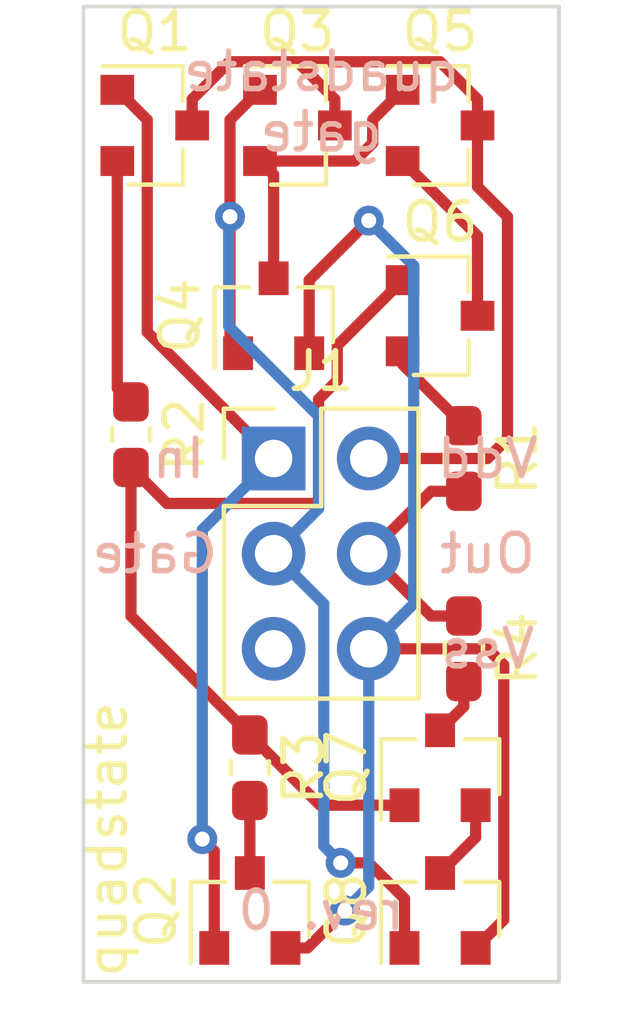
<source format=kicad_pcb>
(kicad_pcb (version 20171130) (host pcbnew 5.1.6)

  (general
    (thickness 1.6)
    (drawings 12)
    (tracks 90)
    (zones 0)
    (modules 13)
    (nets 15)
  )

  (page A4)
  (layers
    (0 F.Cu signal)
    (31 B.Cu signal)
    (32 B.Adhes user)
    (33 F.Adhes user)
    (34 B.Paste user)
    (35 F.Paste user)
    (36 B.SilkS user)
    (37 F.SilkS user)
    (38 B.Mask user)
    (39 F.Mask user)
    (40 Dwgs.User user)
    (41 Cmts.User user)
    (42 Eco1.User user)
    (43 Eco2.User user)
    (44 Edge.Cuts user)
    (45 Margin user)
    (46 B.CrtYd user)
    (47 F.CrtYd user)
    (48 B.Fab user)
    (49 F.Fab user)
  )

  (setup
    (last_trace_width 0.25)
    (user_trace_width 0.3)
    (trace_clearance 0.2)
    (zone_clearance 0.508)
    (zone_45_only no)
    (trace_min 0.2)
    (via_size 0.8)
    (via_drill 0.4)
    (via_min_size 0.4)
    (via_min_drill 0.3)
    (uvia_size 0.3)
    (uvia_drill 0.1)
    (uvias_allowed no)
    (uvia_min_size 0.2)
    (uvia_min_drill 0.1)
    (edge_width 0.05)
    (segment_width 0.2)
    (pcb_text_width 0.3)
    (pcb_text_size 1.5 1.5)
    (mod_edge_width 0.12)
    (mod_text_size 1 1)
    (mod_text_width 0.15)
    (pad_size 1.524 1.524)
    (pad_drill 0.762)
    (pad_to_mask_clearance 0.05)
    (aux_axis_origin 0 0)
    (visible_elements FFFFFF7F)
    (pcbplotparams
      (layerselection 0x010fc_ffffffff)
      (usegerberextensions false)
      (usegerberattributes true)
      (usegerberadvancedattributes true)
      (creategerberjobfile true)
      (excludeedgelayer true)
      (linewidth 0.100000)
      (plotframeref false)
      (viasonmask false)
      (mode 1)
      (useauxorigin false)
      (hpglpennumber 1)
      (hpglpenspeed 20)
      (hpglpendiameter 15.000000)
      (psnegative false)
      (psa4output false)
      (plotreference true)
      (plotvalue true)
      (plotinvisibletext false)
      (padsonsilk false)
      (subtractmaskfromsilk false)
      (outputformat 1)
      (mirror false)
      (drillshape 1)
      (scaleselection 1)
      (outputdirectory ""))
  )

  (net 0 "")
  (net 1 Vss)
  (net 2 "Net-(J1-Pad5)")
  (net 3 Out)
  (net 4 Gate)
  (net 5 Vdd)
  (net 6 In)
  (net 7 "Net-(Q1-Pad2)")
  (net 8 "Net-(Q2-Pad3)")
  (net 9 "Net-(Q3-Pad2)")
  (net 10 "Net-(Q5-Pad2)")
  (net 11 "Net-(Q6-Pad2)")
  (net 12 "Net-(Q6-Pad1)")
  (net 13 "Net-(Q7-Pad3)")
  (net 14 "Net-(Q7-Pad2)")

  (net_class Default "This is the default net class."
    (clearance 0.2)
    (trace_width 0.25)
    (via_dia 0.8)
    (via_drill 0.4)
    (uvia_dia 0.3)
    (uvia_drill 0.1)
    (add_net Gate)
    (add_net In)
    (add_net "Net-(J1-Pad5)")
    (add_net "Net-(Q1-Pad2)")
    (add_net "Net-(Q2-Pad3)")
    (add_net "Net-(Q3-Pad2)")
    (add_net "Net-(Q5-Pad2)")
    (add_net "Net-(Q6-Pad1)")
    (add_net "Net-(Q6-Pad2)")
    (add_net "Net-(Q7-Pad2)")
    (add_net "Net-(Q7-Pad3)")
    (add_net Out)
    (add_net Vdd)
    (add_net Vss)
  )

  (module Resistor_SMD:R_0603_1608Metric_Pad1.05x0.95mm_HandSolder (layer F.Cu) (tedit 5B301BBD) (tstamp 5FE165A3)
    (at 92.71 66.04 270)
    (descr "Resistor SMD 0603 (1608 Metric), square (rectangular) end terminal, IPC_7351 nominal with elongated pad for handsoldering. (Body size source: http://www.tortai-tech.com/upload/download/2011102023233369053.pdf), generated with kicad-footprint-generator")
    (tags "resistor handsolder")
    (path /5FE3BF0E)
    (attr smd)
    (fp_text reference R4 (at 0 -1.43 90) (layer F.SilkS)
      (effects (font (size 1 1) (thickness 0.15)))
    )
    (fp_text value 12k (at 0 1.43 90) (layer F.Fab)
      (effects (font (size 1 1) (thickness 0.15)))
    )
    (fp_line (start -0.8 0.4) (end -0.8 -0.4) (layer F.Fab) (width 0.1))
    (fp_line (start -0.8 -0.4) (end 0.8 -0.4) (layer F.Fab) (width 0.1))
    (fp_line (start 0.8 -0.4) (end 0.8 0.4) (layer F.Fab) (width 0.1))
    (fp_line (start 0.8 0.4) (end -0.8 0.4) (layer F.Fab) (width 0.1))
    (fp_line (start -0.171267 -0.51) (end 0.171267 -0.51) (layer F.SilkS) (width 0.12))
    (fp_line (start -0.171267 0.51) (end 0.171267 0.51) (layer F.SilkS) (width 0.12))
    (fp_line (start -1.65 0.73) (end -1.65 -0.73) (layer F.CrtYd) (width 0.05))
    (fp_line (start -1.65 -0.73) (end 1.65 -0.73) (layer F.CrtYd) (width 0.05))
    (fp_line (start 1.65 -0.73) (end 1.65 0.73) (layer F.CrtYd) (width 0.05))
    (fp_line (start 1.65 0.73) (end -1.65 0.73) (layer F.CrtYd) (width 0.05))
    (fp_text user %R (at 0 0 90) (layer F.Fab)
      (effects (font (size 0.4 0.4) (thickness 0.06)))
    )
    (pad 2 smd roundrect (at 0.875 0 270) (size 1.05 0.95) (layers F.Cu F.Paste F.Mask) (roundrect_rratio 0.25)
      (net 13 "Net-(Q7-Pad3)"))
    (pad 1 smd roundrect (at -0.875 0 270) (size 1.05 0.95) (layers F.Cu F.Paste F.Mask) (roundrect_rratio 0.25)
      (net 3 Out))
    (model ${KISYS3DMOD}/Resistor_SMD.3dshapes/R_0603_1608Metric.wrl
      (at (xyz 0 0 0))
      (scale (xyz 1 1 1))
      (rotate (xyz 0 0 0))
    )
  )

  (module Resistor_SMD:R_0603_1608Metric_Pad1.05x0.95mm_HandSolder (layer F.Cu) (tedit 5B301BBD) (tstamp 5FE16592)
    (at 86.995 69.215 270)
    (descr "Resistor SMD 0603 (1608 Metric), square (rectangular) end terminal, IPC_7351 nominal with elongated pad for handsoldering. (Body size source: http://www.tortai-tech.com/upload/download/2011102023233369053.pdf), generated with kicad-footprint-generator")
    (tags "resistor handsolder")
    (path /5FE3E303)
    (attr smd)
    (fp_text reference R3 (at 0 -1.43 90) (layer F.SilkS)
      (effects (font (size 1 1) (thickness 0.15)))
    )
    (fp_text value 12k (at 0 1.43 90) (layer F.Fab)
      (effects (font (size 1 1) (thickness 0.15)))
    )
    (fp_line (start -0.8 0.4) (end -0.8 -0.4) (layer F.Fab) (width 0.1))
    (fp_line (start -0.8 -0.4) (end 0.8 -0.4) (layer F.Fab) (width 0.1))
    (fp_line (start 0.8 -0.4) (end 0.8 0.4) (layer F.Fab) (width 0.1))
    (fp_line (start 0.8 0.4) (end -0.8 0.4) (layer F.Fab) (width 0.1))
    (fp_line (start -0.171267 -0.51) (end 0.171267 -0.51) (layer F.SilkS) (width 0.12))
    (fp_line (start -0.171267 0.51) (end 0.171267 0.51) (layer F.SilkS) (width 0.12))
    (fp_line (start -1.65 0.73) (end -1.65 -0.73) (layer F.CrtYd) (width 0.05))
    (fp_line (start -1.65 -0.73) (end 1.65 -0.73) (layer F.CrtYd) (width 0.05))
    (fp_line (start 1.65 -0.73) (end 1.65 0.73) (layer F.CrtYd) (width 0.05))
    (fp_line (start 1.65 0.73) (end -1.65 0.73) (layer F.CrtYd) (width 0.05))
    (fp_text user %R (at 0 0 90) (layer F.Fab)
      (effects (font (size 0.4 0.4) (thickness 0.06)))
    )
    (pad 2 smd roundrect (at 0.875 0 270) (size 1.05 0.95) (layers F.Cu F.Paste F.Mask) (roundrect_rratio 0.25)
      (net 8 "Net-(Q2-Pad3)"))
    (pad 1 smd roundrect (at -0.875 0 270) (size 1.05 0.95) (layers F.Cu F.Paste F.Mask) (roundrect_rratio 0.25)
      (net 12 "Net-(Q6-Pad1)"))
    (model ${KISYS3DMOD}/Resistor_SMD.3dshapes/R_0603_1608Metric.wrl
      (at (xyz 0 0 0))
      (scale (xyz 1 1 1))
      (rotate (xyz 0 0 0))
    )
  )

  (module Resistor_SMD:R_0603_1608Metric_Pad1.05x0.95mm_HandSolder (layer F.Cu) (tedit 5B301BBD) (tstamp 5FE16581)
    (at 83.82 60.325 270)
    (descr "Resistor SMD 0603 (1608 Metric), square (rectangular) end terminal, IPC_7351 nominal with elongated pad for handsoldering. (Body size source: http://www.tortai-tech.com/upload/download/2011102023233369053.pdf), generated with kicad-footprint-generator")
    (tags "resistor handsolder")
    (path /5FE3CB93)
    (attr smd)
    (fp_text reference R2 (at 0 -1.43 90) (layer F.SilkS)
      (effects (font (size 1 1) (thickness 0.15)))
    )
    (fp_text value 12k (at 0 1.43 90) (layer F.Fab)
      (effects (font (size 1 1) (thickness 0.15)))
    )
    (fp_line (start 1.65 0.73) (end -1.65 0.73) (layer F.CrtYd) (width 0.05))
    (fp_line (start 1.65 -0.73) (end 1.65 0.73) (layer F.CrtYd) (width 0.05))
    (fp_line (start -1.65 -0.73) (end 1.65 -0.73) (layer F.CrtYd) (width 0.05))
    (fp_line (start -1.65 0.73) (end -1.65 -0.73) (layer F.CrtYd) (width 0.05))
    (fp_line (start -0.171267 0.51) (end 0.171267 0.51) (layer F.SilkS) (width 0.12))
    (fp_line (start -0.171267 -0.51) (end 0.171267 -0.51) (layer F.SilkS) (width 0.12))
    (fp_line (start 0.8 0.4) (end -0.8 0.4) (layer F.Fab) (width 0.1))
    (fp_line (start 0.8 -0.4) (end 0.8 0.4) (layer F.Fab) (width 0.1))
    (fp_line (start -0.8 -0.4) (end 0.8 -0.4) (layer F.Fab) (width 0.1))
    (fp_line (start -0.8 0.4) (end -0.8 -0.4) (layer F.Fab) (width 0.1))
    (fp_text user %R (at 0 0 90) (layer F.Fab)
      (effects (font (size 0.4 0.4) (thickness 0.06)))
    )
    (pad 1 smd roundrect (at -0.875 0 270) (size 1.05 0.95) (layers F.Cu F.Paste F.Mask) (roundrect_rratio 0.25)
      (net 7 "Net-(Q1-Pad2)"))
    (pad 2 smd roundrect (at 0.875 0 270) (size 1.05 0.95) (layers F.Cu F.Paste F.Mask) (roundrect_rratio 0.25)
      (net 12 "Net-(Q6-Pad1)"))
    (model ${KISYS3DMOD}/Resistor_SMD.3dshapes/R_0603_1608Metric.wrl
      (at (xyz 0 0 0))
      (scale (xyz 1 1 1))
      (rotate (xyz 0 0 0))
    )
  )

  (module Resistor_SMD:R_0603_1608Metric_Pad1.05x0.95mm_HandSolder (layer F.Cu) (tedit 5B301BBD) (tstamp 5FE16570)
    (at 92.71 60.96 270)
    (descr "Resistor SMD 0603 (1608 Metric), square (rectangular) end terminal, IPC_7351 nominal with elongated pad for handsoldering. (Body size source: http://www.tortai-tech.com/upload/download/2011102023233369053.pdf), generated with kicad-footprint-generator")
    (tags "resistor handsolder")
    (path /5FEB1977)
    (attr smd)
    (fp_text reference R1 (at 0 -1.43 90) (layer F.SilkS)
      (effects (font (size 1 1) (thickness 0.15)))
    )
    (fp_text value 12k (at 0 1.43 90) (layer F.Fab)
      (effects (font (size 1 1) (thickness 0.15)))
    )
    (fp_line (start -0.8 0.4) (end -0.8 -0.4) (layer F.Fab) (width 0.1))
    (fp_line (start -0.8 -0.4) (end 0.8 -0.4) (layer F.Fab) (width 0.1))
    (fp_line (start 0.8 -0.4) (end 0.8 0.4) (layer F.Fab) (width 0.1))
    (fp_line (start 0.8 0.4) (end -0.8 0.4) (layer F.Fab) (width 0.1))
    (fp_line (start -0.171267 -0.51) (end 0.171267 -0.51) (layer F.SilkS) (width 0.12))
    (fp_line (start -0.171267 0.51) (end 0.171267 0.51) (layer F.SilkS) (width 0.12))
    (fp_line (start -1.65 0.73) (end -1.65 -0.73) (layer F.CrtYd) (width 0.05))
    (fp_line (start -1.65 -0.73) (end 1.65 -0.73) (layer F.CrtYd) (width 0.05))
    (fp_line (start 1.65 -0.73) (end 1.65 0.73) (layer F.CrtYd) (width 0.05))
    (fp_line (start 1.65 0.73) (end -1.65 0.73) (layer F.CrtYd) (width 0.05))
    (fp_text user %R (at 0 0 90) (layer F.Fab)
      (effects (font (size 0.4 0.4) (thickness 0.06)))
    )
    (pad 2 smd roundrect (at 0.875 0 270) (size 1.05 0.95) (layers F.Cu F.Paste F.Mask) (roundrect_rratio 0.25)
      (net 3 Out))
    (pad 1 smd roundrect (at -0.875 0 270) (size 1.05 0.95) (layers F.Cu F.Paste F.Mask) (roundrect_rratio 0.25)
      (net 11 "Net-(Q6-Pad2)"))
    (model ${KISYS3DMOD}/Resistor_SMD.3dshapes/R_0603_1608Metric.wrl
      (at (xyz 0 0 0))
      (scale (xyz 1 1 1))
      (rotate (xyz 0 0 0))
    )
  )

  (module Package_TO_SOT_SMD:SOT-23 (layer F.Cu) (tedit 5A02FF57) (tstamp 5FE1655F)
    (at 92.075 73.025 90)
    (descr "SOT-23, Standard")
    (tags SOT-23)
    (path /5FE25EC9)
    (attr smd)
    (fp_text reference Q8 (at 0 -2.5 90) (layer F.SilkS)
      (effects (font (size 1 1) (thickness 0.15)))
    )
    (fp_text value 2N7002 (at 0 2.5 90) (layer F.Fab)
      (effects (font (size 1 1) (thickness 0.15)))
    )
    (fp_line (start -0.7 -0.95) (end -0.7 1.5) (layer F.Fab) (width 0.1))
    (fp_line (start -0.15 -1.52) (end 0.7 -1.52) (layer F.Fab) (width 0.1))
    (fp_line (start -0.7 -0.95) (end -0.15 -1.52) (layer F.Fab) (width 0.1))
    (fp_line (start 0.7 -1.52) (end 0.7 1.52) (layer F.Fab) (width 0.1))
    (fp_line (start -0.7 1.52) (end 0.7 1.52) (layer F.Fab) (width 0.1))
    (fp_line (start 0.76 1.58) (end 0.76 0.65) (layer F.SilkS) (width 0.12))
    (fp_line (start 0.76 -1.58) (end 0.76 -0.65) (layer F.SilkS) (width 0.12))
    (fp_line (start -1.7 -1.75) (end 1.7 -1.75) (layer F.CrtYd) (width 0.05))
    (fp_line (start 1.7 -1.75) (end 1.7 1.75) (layer F.CrtYd) (width 0.05))
    (fp_line (start 1.7 1.75) (end -1.7 1.75) (layer F.CrtYd) (width 0.05))
    (fp_line (start -1.7 1.75) (end -1.7 -1.75) (layer F.CrtYd) (width 0.05))
    (fp_line (start 0.76 -1.58) (end -1.4 -1.58) (layer F.SilkS) (width 0.12))
    (fp_line (start 0.76 1.58) (end -0.7 1.58) (layer F.SilkS) (width 0.12))
    (fp_text user %R (at 0 0) (layer F.Fab)
      (effects (font (size 0.5 0.5) (thickness 0.075)))
    )
    (pad 3 smd rect (at 1 0 90) (size 0.9 0.8) (layers F.Cu F.Paste F.Mask)
      (net 14 "Net-(Q7-Pad2)"))
    (pad 2 smd rect (at -1 0.95 90) (size 0.9 0.8) (layers F.Cu F.Paste F.Mask)
      (net 1 Vss))
    (pad 1 smd rect (at -1 -0.95 90) (size 0.9 0.8) (layers F.Cu F.Paste F.Mask)
      (net 4 Gate))
    (model ${KISYS3DMOD}/Package_TO_SOT_SMD.3dshapes/SOT-23.wrl
      (at (xyz 0 0 0))
      (scale (xyz 1 1 1))
      (rotate (xyz 0 0 0))
    )
  )

  (module Package_TO_SOT_SMD:SOT-23 (layer F.Cu) (tedit 5A02FF57) (tstamp 5FE1654A)
    (at 92.075 69.215 90)
    (descr "SOT-23, Standard")
    (tags SOT-23)
    (path /5FE23D35)
    (attr smd)
    (fp_text reference Q7 (at 0 -2.5 90) (layer F.SilkS)
      (effects (font (size 1 1) (thickness 0.15)))
    )
    (fp_text value 2N7002 (at 0 2.5 90) (layer F.Fab)
      (effects (font (size 1 1) (thickness 0.15)))
    )
    (fp_line (start -0.7 -0.95) (end -0.7 1.5) (layer F.Fab) (width 0.1))
    (fp_line (start -0.15 -1.52) (end 0.7 -1.52) (layer F.Fab) (width 0.1))
    (fp_line (start -0.7 -0.95) (end -0.15 -1.52) (layer F.Fab) (width 0.1))
    (fp_line (start 0.7 -1.52) (end 0.7 1.52) (layer F.Fab) (width 0.1))
    (fp_line (start -0.7 1.52) (end 0.7 1.52) (layer F.Fab) (width 0.1))
    (fp_line (start 0.76 1.58) (end 0.76 0.65) (layer F.SilkS) (width 0.12))
    (fp_line (start 0.76 -1.58) (end 0.76 -0.65) (layer F.SilkS) (width 0.12))
    (fp_line (start -1.7 -1.75) (end 1.7 -1.75) (layer F.CrtYd) (width 0.05))
    (fp_line (start 1.7 -1.75) (end 1.7 1.75) (layer F.CrtYd) (width 0.05))
    (fp_line (start 1.7 1.75) (end -1.7 1.75) (layer F.CrtYd) (width 0.05))
    (fp_line (start -1.7 1.75) (end -1.7 -1.75) (layer F.CrtYd) (width 0.05))
    (fp_line (start 0.76 -1.58) (end -1.4 -1.58) (layer F.SilkS) (width 0.12))
    (fp_line (start 0.76 1.58) (end -0.7 1.58) (layer F.SilkS) (width 0.12))
    (fp_text user %R (at 0 0) (layer F.Fab)
      (effects (font (size 0.5 0.5) (thickness 0.075)))
    )
    (pad 3 smd rect (at 1 0 90) (size 0.9 0.8) (layers F.Cu F.Paste F.Mask)
      (net 13 "Net-(Q7-Pad3)"))
    (pad 2 smd rect (at -1 0.95 90) (size 0.9 0.8) (layers F.Cu F.Paste F.Mask)
      (net 14 "Net-(Q7-Pad2)"))
    (pad 1 smd rect (at -1 -0.95 90) (size 0.9 0.8) (layers F.Cu F.Paste F.Mask)
      (net 12 "Net-(Q6-Pad1)"))
    (model ${KISYS3DMOD}/Package_TO_SOT_SMD.3dshapes/SOT-23.wrl
      (at (xyz 0 0 0))
      (scale (xyz 1 1 1))
      (rotate (xyz 0 0 0))
    )
  )

  (module Package_TO_SOT_SMD:SOT-23 (layer F.Cu) (tedit 5A02FF57) (tstamp 5FE16535)
    (at 92.075 57.15)
    (descr "SOT-23, Standard")
    (tags SOT-23)
    (path /5FE1CD77)
    (attr smd)
    (fp_text reference Q6 (at 0 -2.5) (layer F.SilkS)
      (effects (font (size 1 1) (thickness 0.15)))
    )
    (fp_text value BSS84 (at 0 2.5) (layer F.Fab)
      (effects (font (size 1 1) (thickness 0.15)))
    )
    (fp_line (start -0.7 -0.95) (end -0.7 1.5) (layer F.Fab) (width 0.1))
    (fp_line (start -0.15 -1.52) (end 0.7 -1.52) (layer F.Fab) (width 0.1))
    (fp_line (start -0.7 -0.95) (end -0.15 -1.52) (layer F.Fab) (width 0.1))
    (fp_line (start 0.7 -1.52) (end 0.7 1.52) (layer F.Fab) (width 0.1))
    (fp_line (start -0.7 1.52) (end 0.7 1.52) (layer F.Fab) (width 0.1))
    (fp_line (start 0.76 1.58) (end 0.76 0.65) (layer F.SilkS) (width 0.12))
    (fp_line (start 0.76 -1.58) (end 0.76 -0.65) (layer F.SilkS) (width 0.12))
    (fp_line (start -1.7 -1.75) (end 1.7 -1.75) (layer F.CrtYd) (width 0.05))
    (fp_line (start 1.7 -1.75) (end 1.7 1.75) (layer F.CrtYd) (width 0.05))
    (fp_line (start 1.7 1.75) (end -1.7 1.75) (layer F.CrtYd) (width 0.05))
    (fp_line (start -1.7 1.75) (end -1.7 -1.75) (layer F.CrtYd) (width 0.05))
    (fp_line (start 0.76 -1.58) (end -1.4 -1.58) (layer F.SilkS) (width 0.12))
    (fp_line (start 0.76 1.58) (end -0.7 1.58) (layer F.SilkS) (width 0.12))
    (fp_text user %R (at 0 0 90) (layer F.Fab)
      (effects (font (size 0.5 0.5) (thickness 0.075)))
    )
    (pad 3 smd rect (at 1 0) (size 0.9 0.8) (layers F.Cu F.Paste F.Mask)
      (net 10 "Net-(Q5-Pad2)"))
    (pad 2 smd rect (at -1 0.95) (size 0.9 0.8) (layers F.Cu F.Paste F.Mask)
      (net 11 "Net-(Q6-Pad2)"))
    (pad 1 smd rect (at -1 -0.95) (size 0.9 0.8) (layers F.Cu F.Paste F.Mask)
      (net 12 "Net-(Q6-Pad1)"))
    (model ${KISYS3DMOD}/Package_TO_SOT_SMD.3dshapes/SOT-23.wrl
      (at (xyz 0 0 0))
      (scale (xyz 1 1 1))
      (rotate (xyz 0 0 0))
    )
  )

  (module Package_TO_SOT_SMD:SOT-23 (layer F.Cu) (tedit 5A02FF57) (tstamp 5FE16520)
    (at 92.075 52.07)
    (descr "SOT-23, Standard")
    (tags SOT-23)
    (path /5FE1A7FB)
    (attr smd)
    (fp_text reference Q5 (at 0 -2.5) (layer F.SilkS)
      (effects (font (size 1 1) (thickness 0.15)))
    )
    (fp_text value BSS84 (at 0 2.5) (layer F.Fab)
      (effects (font (size 1 1) (thickness 0.15)))
    )
    (fp_line (start -0.7 -0.95) (end -0.7 1.5) (layer F.Fab) (width 0.1))
    (fp_line (start -0.15 -1.52) (end 0.7 -1.52) (layer F.Fab) (width 0.1))
    (fp_line (start -0.7 -0.95) (end -0.15 -1.52) (layer F.Fab) (width 0.1))
    (fp_line (start 0.7 -1.52) (end 0.7 1.52) (layer F.Fab) (width 0.1))
    (fp_line (start -0.7 1.52) (end 0.7 1.52) (layer F.Fab) (width 0.1))
    (fp_line (start 0.76 1.58) (end 0.76 0.65) (layer F.SilkS) (width 0.12))
    (fp_line (start 0.76 -1.58) (end 0.76 -0.65) (layer F.SilkS) (width 0.12))
    (fp_line (start -1.7 -1.75) (end 1.7 -1.75) (layer F.CrtYd) (width 0.05))
    (fp_line (start 1.7 -1.75) (end 1.7 1.75) (layer F.CrtYd) (width 0.05))
    (fp_line (start 1.7 1.75) (end -1.7 1.75) (layer F.CrtYd) (width 0.05))
    (fp_line (start -1.7 1.75) (end -1.7 -1.75) (layer F.CrtYd) (width 0.05))
    (fp_line (start 0.76 -1.58) (end -1.4 -1.58) (layer F.SilkS) (width 0.12))
    (fp_line (start 0.76 1.58) (end -0.7 1.58) (layer F.SilkS) (width 0.12))
    (fp_text user %R (at 0 0 90) (layer F.Fab)
      (effects (font (size 0.5 0.5) (thickness 0.075)))
    )
    (pad 3 smd rect (at 1 0) (size 0.9 0.8) (layers F.Cu F.Paste F.Mask)
      (net 5 Vdd))
    (pad 2 smd rect (at -1 0.95) (size 0.9 0.8) (layers F.Cu F.Paste F.Mask)
      (net 10 "Net-(Q5-Pad2)"))
    (pad 1 smd rect (at -1 -0.95) (size 0.9 0.8) (layers F.Cu F.Paste F.Mask)
      (net 9 "Net-(Q3-Pad2)"))
    (model ${KISYS3DMOD}/Package_TO_SOT_SMD.3dshapes/SOT-23.wrl
      (at (xyz 0 0 0))
      (scale (xyz 1 1 1))
      (rotate (xyz 0 0 0))
    )
  )

  (module Package_TO_SOT_SMD:SOT-23 (layer F.Cu) (tedit 5A02FF57) (tstamp 5FE1650B)
    (at 87.63 57.15 90)
    (descr "SOT-23, Standard")
    (tags SOT-23)
    (path /5FE1715E)
    (attr smd)
    (fp_text reference Q4 (at 0 -2.5 90) (layer F.SilkS)
      (effects (font (size 1 1) (thickness 0.15)))
    )
    (fp_text value 2N7002 (at 0 2.5 90) (layer F.Fab)
      (effects (font (size 1 1) (thickness 0.15)))
    )
    (fp_line (start -0.7 -0.95) (end -0.7 1.5) (layer F.Fab) (width 0.1))
    (fp_line (start -0.15 -1.52) (end 0.7 -1.52) (layer F.Fab) (width 0.1))
    (fp_line (start -0.7 -0.95) (end -0.15 -1.52) (layer F.Fab) (width 0.1))
    (fp_line (start 0.7 -1.52) (end 0.7 1.52) (layer F.Fab) (width 0.1))
    (fp_line (start -0.7 1.52) (end 0.7 1.52) (layer F.Fab) (width 0.1))
    (fp_line (start 0.76 1.58) (end 0.76 0.65) (layer F.SilkS) (width 0.12))
    (fp_line (start 0.76 -1.58) (end 0.76 -0.65) (layer F.SilkS) (width 0.12))
    (fp_line (start -1.7 -1.75) (end 1.7 -1.75) (layer F.CrtYd) (width 0.05))
    (fp_line (start 1.7 -1.75) (end 1.7 1.75) (layer F.CrtYd) (width 0.05))
    (fp_line (start 1.7 1.75) (end -1.7 1.75) (layer F.CrtYd) (width 0.05))
    (fp_line (start -1.7 1.75) (end -1.7 -1.75) (layer F.CrtYd) (width 0.05))
    (fp_line (start 0.76 -1.58) (end -1.4 -1.58) (layer F.SilkS) (width 0.12))
    (fp_line (start 0.76 1.58) (end -0.7 1.58) (layer F.SilkS) (width 0.12))
    (fp_text user %R (at 0 0) (layer F.Fab)
      (effects (font (size 0.5 0.5) (thickness 0.075)))
    )
    (pad 3 smd rect (at 1 0 90) (size 0.9 0.8) (layers F.Cu F.Paste F.Mask)
      (net 9 "Net-(Q3-Pad2)"))
    (pad 2 smd rect (at -1 0.95 90) (size 0.9 0.8) (layers F.Cu F.Paste F.Mask)
      (net 1 Vss))
    (pad 1 smd rect (at -1 -0.95 90) (size 0.9 0.8) (layers F.Cu F.Paste F.Mask)
      (net 4 Gate))
    (model ${KISYS3DMOD}/Package_TO_SOT_SMD.3dshapes/SOT-23.wrl
      (at (xyz 0 0 0))
      (scale (xyz 1 1 1))
      (rotate (xyz 0 0 0))
    )
  )

  (module Package_TO_SOT_SMD:SOT-23 (layer F.Cu) (tedit 5A02FF57) (tstamp 5FE164F6)
    (at 88.265 52.07)
    (descr "SOT-23, Standard")
    (tags SOT-23)
    (path /5FE1F1CA)
    (attr smd)
    (fp_text reference Q3 (at 0 -2.5) (layer F.SilkS)
      (effects (font (size 1 1) (thickness 0.15)))
    )
    (fp_text value BSS84 (at 0 2.5) (layer F.Fab)
      (effects (font (size 1 1) (thickness 0.15)))
    )
    (fp_line (start -0.7 -0.95) (end -0.7 1.5) (layer F.Fab) (width 0.1))
    (fp_line (start -0.15 -1.52) (end 0.7 -1.52) (layer F.Fab) (width 0.1))
    (fp_line (start -0.7 -0.95) (end -0.15 -1.52) (layer F.Fab) (width 0.1))
    (fp_line (start 0.7 -1.52) (end 0.7 1.52) (layer F.Fab) (width 0.1))
    (fp_line (start -0.7 1.52) (end 0.7 1.52) (layer F.Fab) (width 0.1))
    (fp_line (start 0.76 1.58) (end 0.76 0.65) (layer F.SilkS) (width 0.12))
    (fp_line (start 0.76 -1.58) (end 0.76 -0.65) (layer F.SilkS) (width 0.12))
    (fp_line (start -1.7 -1.75) (end 1.7 -1.75) (layer F.CrtYd) (width 0.05))
    (fp_line (start 1.7 -1.75) (end 1.7 1.75) (layer F.CrtYd) (width 0.05))
    (fp_line (start 1.7 1.75) (end -1.7 1.75) (layer F.CrtYd) (width 0.05))
    (fp_line (start -1.7 1.75) (end -1.7 -1.75) (layer F.CrtYd) (width 0.05))
    (fp_line (start 0.76 -1.58) (end -1.4 -1.58) (layer F.SilkS) (width 0.12))
    (fp_line (start 0.76 1.58) (end -0.7 1.58) (layer F.SilkS) (width 0.12))
    (fp_text user %R (at 0 0 90) (layer F.Fab)
      (effects (font (size 0.5 0.5) (thickness 0.075)))
    )
    (pad 3 smd rect (at 1 0) (size 0.9 0.8) (layers F.Cu F.Paste F.Mask)
      (net 5 Vdd))
    (pad 2 smd rect (at -1 0.95) (size 0.9 0.8) (layers F.Cu F.Paste F.Mask)
      (net 9 "Net-(Q3-Pad2)"))
    (pad 1 smd rect (at -1 -0.95) (size 0.9 0.8) (layers F.Cu F.Paste F.Mask)
      (net 4 Gate))
    (model ${KISYS3DMOD}/Package_TO_SOT_SMD.3dshapes/SOT-23.wrl
      (at (xyz 0 0 0))
      (scale (xyz 1 1 1))
      (rotate (xyz 0 0 0))
    )
  )

  (module Package_TO_SOT_SMD:SOT-23 (layer F.Cu) (tedit 5A02FF57) (tstamp 5FE164E1)
    (at 86.995 73.025 90)
    (descr "SOT-23, Standard")
    (tags SOT-23)
    (path /5FE2F9B6)
    (attr smd)
    (fp_text reference Q2 (at 0 -2.5 90) (layer F.SilkS)
      (effects (font (size 1 1) (thickness 0.15)))
    )
    (fp_text value 2N7002 (at 0 2.5 90) (layer F.Fab)
      (effects (font (size 1 1) (thickness 0.15)))
    )
    (fp_line (start -0.7 -0.95) (end -0.7 1.5) (layer F.Fab) (width 0.1))
    (fp_line (start -0.15 -1.52) (end 0.7 -1.52) (layer F.Fab) (width 0.1))
    (fp_line (start -0.7 -0.95) (end -0.15 -1.52) (layer F.Fab) (width 0.1))
    (fp_line (start 0.7 -1.52) (end 0.7 1.52) (layer F.Fab) (width 0.1))
    (fp_line (start -0.7 1.52) (end 0.7 1.52) (layer F.Fab) (width 0.1))
    (fp_line (start 0.76 1.58) (end 0.76 0.65) (layer F.SilkS) (width 0.12))
    (fp_line (start 0.76 -1.58) (end 0.76 -0.65) (layer F.SilkS) (width 0.12))
    (fp_line (start -1.7 -1.75) (end 1.7 -1.75) (layer F.CrtYd) (width 0.05))
    (fp_line (start 1.7 -1.75) (end 1.7 1.75) (layer F.CrtYd) (width 0.05))
    (fp_line (start 1.7 1.75) (end -1.7 1.75) (layer F.CrtYd) (width 0.05))
    (fp_line (start -1.7 1.75) (end -1.7 -1.75) (layer F.CrtYd) (width 0.05))
    (fp_line (start 0.76 -1.58) (end -1.4 -1.58) (layer F.SilkS) (width 0.12))
    (fp_line (start 0.76 1.58) (end -0.7 1.58) (layer F.SilkS) (width 0.12))
    (fp_text user %R (at 0 0) (layer F.Fab)
      (effects (font (size 0.5 0.5) (thickness 0.075)))
    )
    (pad 3 smd rect (at 1 0 90) (size 0.9 0.8) (layers F.Cu F.Paste F.Mask)
      (net 8 "Net-(Q2-Pad3)"))
    (pad 2 smd rect (at -1 0.95 90) (size 0.9 0.8) (layers F.Cu F.Paste F.Mask)
      (net 1 Vss))
    (pad 1 smd rect (at -1 -0.95 90) (size 0.9 0.8) (layers F.Cu F.Paste F.Mask)
      (net 6 In))
    (model ${KISYS3DMOD}/Package_TO_SOT_SMD.3dshapes/SOT-23.wrl
      (at (xyz 0 0 0))
      (scale (xyz 1 1 1))
      (rotate (xyz 0 0 0))
    )
  )

  (module Package_TO_SOT_SMD:SOT-23 (layer F.Cu) (tedit 5A02FF57) (tstamp 5FE164CC)
    (at 84.455 52.07)
    (descr "SOT-23, Standard")
    (tags SOT-23)
    (path /5FE16028)
    (attr smd)
    (fp_text reference Q1 (at 0 -2.5) (layer F.SilkS)
      (effects (font (size 1 1) (thickness 0.15)))
    )
    (fp_text value BSS84 (at 0 2.5) (layer F.Fab)
      (effects (font (size 1 1) (thickness 0.15)))
    )
    (fp_line (start 0.76 1.58) (end -0.7 1.58) (layer F.SilkS) (width 0.12))
    (fp_line (start 0.76 -1.58) (end -1.4 -1.58) (layer F.SilkS) (width 0.12))
    (fp_line (start -1.7 1.75) (end -1.7 -1.75) (layer F.CrtYd) (width 0.05))
    (fp_line (start 1.7 1.75) (end -1.7 1.75) (layer F.CrtYd) (width 0.05))
    (fp_line (start 1.7 -1.75) (end 1.7 1.75) (layer F.CrtYd) (width 0.05))
    (fp_line (start -1.7 -1.75) (end 1.7 -1.75) (layer F.CrtYd) (width 0.05))
    (fp_line (start 0.76 -1.58) (end 0.76 -0.65) (layer F.SilkS) (width 0.12))
    (fp_line (start 0.76 1.58) (end 0.76 0.65) (layer F.SilkS) (width 0.12))
    (fp_line (start -0.7 1.52) (end 0.7 1.52) (layer F.Fab) (width 0.1))
    (fp_line (start 0.7 -1.52) (end 0.7 1.52) (layer F.Fab) (width 0.1))
    (fp_line (start -0.7 -0.95) (end -0.15 -1.52) (layer F.Fab) (width 0.1))
    (fp_line (start -0.15 -1.52) (end 0.7 -1.52) (layer F.Fab) (width 0.1))
    (fp_line (start -0.7 -0.95) (end -0.7 1.5) (layer F.Fab) (width 0.1))
    (fp_text user %R (at 0 0 90) (layer F.Fab)
      (effects (font (size 0.5 0.5) (thickness 0.075)))
    )
    (pad 1 smd rect (at -1 -0.95) (size 0.9 0.8) (layers F.Cu F.Paste F.Mask)
      (net 6 In))
    (pad 2 smd rect (at -1 0.95) (size 0.9 0.8) (layers F.Cu F.Paste F.Mask)
      (net 7 "Net-(Q1-Pad2)"))
    (pad 3 smd rect (at 1 0) (size 0.9 0.8) (layers F.Cu F.Paste F.Mask)
      (net 5 Vdd))
    (model ${KISYS3DMOD}/Package_TO_SOT_SMD.3dshapes/SOT-23.wrl
      (at (xyz 0 0 0))
      (scale (xyz 1 1 1))
      (rotate (xyz 0 0 0))
    )
  )

  (module Connector_PinHeader_2.54mm:PinHeader_2x03_P2.54mm_Vertical (layer F.Cu) (tedit 59FED5CC) (tstamp 5FE164B7)
    (at 87.63 60.96)
    (descr "Through hole straight pin header, 2x03, 2.54mm pitch, double rows")
    (tags "Through hole pin header THT 2x03 2.54mm double row")
    (path /5FE33914)
    (fp_text reference J1 (at 1.27 -2.33) (layer F.SilkS)
      (effects (font (size 1 1) (thickness 0.15)))
    )
    (fp_text value Conn_02x03_Odd_Even (at 1.27 7.41) (layer F.Fab)
      (effects (font (size 1 1) (thickness 0.15)))
    )
    (fp_line (start 0 -1.27) (end 3.81 -1.27) (layer F.Fab) (width 0.1))
    (fp_line (start 3.81 -1.27) (end 3.81 6.35) (layer F.Fab) (width 0.1))
    (fp_line (start 3.81 6.35) (end -1.27 6.35) (layer F.Fab) (width 0.1))
    (fp_line (start -1.27 6.35) (end -1.27 0) (layer F.Fab) (width 0.1))
    (fp_line (start -1.27 0) (end 0 -1.27) (layer F.Fab) (width 0.1))
    (fp_line (start -1.33 6.41) (end 3.87 6.41) (layer F.SilkS) (width 0.12))
    (fp_line (start -1.33 1.27) (end -1.33 6.41) (layer F.SilkS) (width 0.12))
    (fp_line (start 3.87 -1.33) (end 3.87 6.41) (layer F.SilkS) (width 0.12))
    (fp_line (start -1.33 1.27) (end 1.27 1.27) (layer F.SilkS) (width 0.12))
    (fp_line (start 1.27 1.27) (end 1.27 -1.33) (layer F.SilkS) (width 0.12))
    (fp_line (start 1.27 -1.33) (end 3.87 -1.33) (layer F.SilkS) (width 0.12))
    (fp_line (start -1.33 0) (end -1.33 -1.33) (layer F.SilkS) (width 0.12))
    (fp_line (start -1.33 -1.33) (end 0 -1.33) (layer F.SilkS) (width 0.12))
    (fp_line (start -1.8 -1.8) (end -1.8 6.85) (layer F.CrtYd) (width 0.05))
    (fp_line (start -1.8 6.85) (end 4.35 6.85) (layer F.CrtYd) (width 0.05))
    (fp_line (start 4.35 6.85) (end 4.35 -1.8) (layer F.CrtYd) (width 0.05))
    (fp_line (start 4.35 -1.8) (end -1.8 -1.8) (layer F.CrtYd) (width 0.05))
    (fp_text user %R (at 1.27 2.54 90) (layer F.Fab)
      (effects (font (size 1 1) (thickness 0.15)))
    )
    (pad 6 thru_hole oval (at 2.54 5.08) (size 1.7 1.7) (drill 1) (layers *.Cu *.Mask)
      (net 1 Vss))
    (pad 5 thru_hole oval (at 0 5.08) (size 1.7 1.7) (drill 1) (layers *.Cu *.Mask)
      (net 2 "Net-(J1-Pad5)"))
    (pad 4 thru_hole oval (at 2.54 2.54) (size 1.7 1.7) (drill 1) (layers *.Cu *.Mask)
      (net 3 Out))
    (pad 3 thru_hole oval (at 0 2.54) (size 1.7 1.7) (drill 1) (layers *.Cu *.Mask)
      (net 4 Gate))
    (pad 2 thru_hole oval (at 2.54 0) (size 1.7 1.7) (drill 1) (layers *.Cu *.Mask)
      (net 5 Vdd))
    (pad 1 thru_hole rect (at 0 0) (size 1.7 1.7) (drill 1) (layers *.Cu *.Mask)
      (net 6 In))
    (model ${KISYS3DMOD}/Connector_PinHeader_2.54mm.3dshapes/PinHeader_2x03_P2.54mm_Vertical.wrl
      (at (xyz 0 0 0))
      (scale (xyz 1 1 1))
      (rotate (xyz 0 0 0))
    )
  )

  (gr_text "rev. 0" (at 88.9 73.025) (layer B.SilkS)
    (effects (font (size 1 1) (thickness 0.15)) (justify mirror))
  )
  (gr_text "quadstate\ngate\n" (at 88.9 51.435) (layer B.SilkS)
    (effects (font (size 1 1) (thickness 0.15)) (justify mirror))
  )
  (gr_text Gate (at 84.455 63.5) (layer B.SilkS)
    (effects (font (size 1 1) (thickness 0.15)) (justify mirror))
  )
  (gr_text In (at 85.09 60.96) (layer B.SilkS)
    (effects (font (size 1 1) (thickness 0.15)) (justify mirror))
  )
  (gr_text Vss (at 93.345 66.04) (layer B.SilkS)
    (effects (font (size 1 1) (thickness 0.15)) (justify mirror))
  )
  (gr_text Vdd (at 93.345 60.96) (layer B.SilkS)
    (effects (font (size 1 1) (thickness 0.15)) (justify mirror))
  )
  (gr_text Out (at 93.345 63.5) (layer B.SilkS)
    (effects (font (size 1 1) (thickness 0.15)) (justify mirror))
  )
  (gr_text "quadstate\n" (at 83.185 71.12 90) (layer F.SilkS)
    (effects (font (size 1 1) (thickness 0.15)))
  )
  (gr_line (start 95.25 48.895) (end 95.25 74.93) (layer Edge.Cuts) (width 0.1))
  (gr_line (start 82.55 48.895) (end 95.25 48.895) (layer Edge.Cuts) (width 0.1))
  (gr_line (start 82.55 74.93) (end 82.55 48.895) (layer Edge.Cuts) (width 0.1))
  (gr_line (start 95.25 74.93) (end 82.55 74.93) (layer Edge.Cuts) (width 0.1))

  (segment (start 88.58 58.15) (end 88.58 56.2) (width 0.3) (layer F.Cu) (net 1))
  (segment (start 88.58 56.2) (end 90.17 54.61) (width 0.3) (layer F.Cu) (net 1))
  (segment (start 90.17 54.61) (end 90.17 54.61) (width 0.3) (layer F.Cu) (net 1) (tstamp 5FE17131))
  (via (at 90.17 54.61) (size 0.8) (drill 0.4) (layers F.Cu B.Cu) (net 1))
  (segment (start 93.025 74.025) (end 93.025 73.98) (width 0.3) (layer F.Cu) (net 1))
  (segment (start 93.775001 73.274999) (end 93.775001 66.470001) (width 0.3) (layer F.Cu) (net 1))
  (segment (start 93.025 74.025) (end 93.775001 73.274999) (width 0.3) (layer F.Cu) (net 1))
  (segment (start 93.775001 66.470001) (end 93.345 66.04) (width 0.3) (layer F.Cu) (net 1))
  (segment (start 93.345 66.04) (end 90.17 66.04) (width 0.3) (layer F.Cu) (net 1))
  (segment (start 87.945 74.025) (end 88.535 74.025) (width 0.3) (layer F.Cu) (net 1))
  (segment (start 88.535 74.025) (end 89.535 73.025) (width 0.3) (layer F.Cu) (net 1))
  (segment (start 89.535 73.025) (end 89.535 73.025) (width 0.3) (layer F.Cu) (net 1) (tstamp 5FE1717F))
  (via (at 89.535 73.025) (size 0.8) (drill 0.4) (layers F.Cu B.Cu) (net 1))
  (segment (start 91.370001 64.839999) (end 90.17 66.04) (width 0.3) (layer B.Cu) (net 1))
  (segment (start 91.370001 55.810001) (end 91.370001 64.839999) (width 0.3) (layer B.Cu) (net 1))
  (segment (start 90.17 54.61) (end 91.370001 55.810001) (width 0.3) (layer B.Cu) (net 1))
  (segment (start 89.535 73.025) (end 90.17 72.39) (width 0.3) (layer B.Cu) (net 1))
  (segment (start 90.17 72.39) (end 90.17 66.04) (width 0.3) (layer B.Cu) (net 1))
  (segment (start 91.835 61.835) (end 90.17 63.5) (width 0.3) (layer F.Cu) (net 3))
  (segment (start 92.71 61.835) (end 91.835 61.835) (width 0.3) (layer F.Cu) (net 3))
  (segment (start 91.835 65.165) (end 90.17 63.5) (width 0.3) (layer F.Cu) (net 3))
  (segment (start 92.71 65.165) (end 91.835 65.165) (width 0.3) (layer F.Cu) (net 3))
  (segment (start 86.464999 51.920001) (end 87.265 51.12) (width 0.3) (layer F.Cu) (net 4))
  (segment (start 86.464999 57.934999) (end 86.464999 54.505001) (width 0.3) (layer F.Cu) (net 4))
  (segment (start 86.68 58.15) (end 86.464999 57.934999) (width 0.3) (layer F.Cu) (net 4))
  (segment (start 86.464999 54.505001) (end 86.464999 51.920001) (width 0.3) (layer F.Cu) (net 4) (tstamp 5FE1712F))
  (via (at 86.464999 54.505001) (size 0.8) (drill 0.4) (layers F.Cu B.Cu) (net 4))
  (segment (start 89.535 71.755) (end 89.535 71.755) (width 0.3) (layer F.Cu) (net 4) (tstamp 5FE1717D))
  (via (at 89.41999 71.755) (size 0.8) (drill 0.4) (layers F.Cu B.Cu) (net 4))
  (segment (start 91.125 74.025) (end 91.125 72.71) (width 0.3) (layer F.Cu) (net 4))
  (segment (start 91.125 72.71) (end 90.17 71.755) (width 0.3) (layer F.Cu) (net 4))
  (segment (start 87.63 63.5) (end 88.969999 64.839999) (width 0.3) (layer B.Cu) (net 4))
  (segment (start 88.969999 71.305009) (end 89.41999 71.755) (width 0.3) (layer B.Cu) (net 4))
  (segment (start 88.969999 64.839999) (end 88.969999 71.305009) (width 0.3) (layer B.Cu) (net 4))
  (segment (start 90.17 71.755) (end 89.41999 71.755) (width 0.3) (layer F.Cu) (net 4))
  (segment (start 88.830001 62.299999) (end 87.63 63.5) (width 0.3) (layer B.Cu) (net 4))
  (segment (start 88.830001 59.829999) (end 88.830001 62.299999) (width 0.3) (layer B.Cu) (net 4))
  (segment (start 86.429999 57.429997) (end 88.830001 59.829999) (width 0.3) (layer B.Cu) (net 4))
  (segment (start 86.429999 54.540001) (end 86.429999 57.429997) (width 0.3) (layer B.Cu) (net 4))
  (segment (start 86.464999 54.505001) (end 86.429999 54.540001) (width 0.3) (layer B.Cu) (net 4))
  (segment (start 89.265 51.37) (end 89.265 52.07) (width 0.3) (layer F.Cu) (net 5))
  (segment (start 88.264999 50.369999) (end 89.265 51.37) (width 0.3) (layer F.Cu) (net 5))
  (segment (start 86.455001 50.369999) (end 88.264999 50.369999) (width 0.3) (layer F.Cu) (net 5))
  (segment (start 85.455 51.37) (end 86.455001 50.369999) (width 0.3) (layer F.Cu) (net 5))
  (segment (start 85.455 52.07) (end 85.455 51.37) (width 0.3) (layer F.Cu) (net 5))
  (segment (start 92.074999 50.369999) (end 88.264999 50.369999) (width 0.3) (layer F.Cu) (net 5))
  (segment (start 93.075 51.37) (end 92.074999 50.369999) (width 0.3) (layer F.Cu) (net 5))
  (segment (start 93.075 52.07) (end 93.075 51.37) (width 0.3) (layer F.Cu) (net 5))
  (segment (start 93.075 52.07) (end 93.075 53.705) (width 0.3) (layer F.Cu) (net 5))
  (segment (start 93.875001 54.505001) (end 93.875001 60.429999) (width 0.3) (layer F.Cu) (net 5))
  (segment (start 93.075 53.705) (end 93.875001 54.505001) (width 0.3) (layer F.Cu) (net 5))
  (segment (start 93.875001 60.429999) (end 93.345 60.96) (width 0.3) (layer F.Cu) (net 5))
  (segment (start 93.345 60.96) (end 90.17 60.96) (width 0.3) (layer F.Cu) (net 5))
  (segment (start 84.255001 57.585001) (end 87.63 60.96) (width 0.3) (layer F.Cu) (net 6))
  (segment (start 84.255001 51.920001) (end 84.255001 57.585001) (width 0.3) (layer F.Cu) (net 6))
  (segment (start 83.455 51.12) (end 84.255001 51.920001) (width 0.3) (layer F.Cu) (net 6))
  (segment (start 86.045 74.025) (end 86.045 71.44) (width 0.3) (layer F.Cu) (net 6))
  (segment (start 86.045 71.44) (end 85.725 71.12) (width 0.3) (layer F.Cu) (net 6))
  (segment (start 85.725 71.12) (end 85.725 71.12) (width 0.3) (layer F.Cu) (net 6) (tstamp 5FE1717B))
  (via (at 85.725 71.12) (size 0.8) (drill 0.4) (layers F.Cu B.Cu) (net 6))
  (segment (start 85.725 62.865) (end 87.63 60.96) (width 0.3) (layer B.Cu) (net 6))
  (segment (start 85.725 71.12) (end 85.725 62.865) (width 0.3) (layer B.Cu) (net 6))
  (segment (start 83.455 59.085) (end 83.82 59.45) (width 0.3) (layer F.Cu) (net 7))
  (segment (start 83.455 53.02) (end 83.455 59.085) (width 0.3) (layer F.Cu) (net 7))
  (segment (start 86.995 70.09) (end 86.995 72.025) (width 0.3) (layer F.Cu) (net 8))
  (segment (start 90.274999 51.920001) (end 91.075 51.12) (width 0.3) (layer F.Cu) (net 9))
  (segment (start 90.274999 52.540003) (end 90.274999 51.920001) (width 0.3) (layer F.Cu) (net 9))
  (segment (start 89.795002 53.02) (end 90.274999 52.540003) (width 0.3) (layer F.Cu) (net 9))
  (segment (start 87.265 53.02) (end 89.795002 53.02) (width 0.3) (layer F.Cu) (net 9))
  (segment (start 87.63 53.385) (end 87.265 53.02) (width 0.3) (layer F.Cu) (net 9))
  (segment (start 87.63 56.15) (end 87.63 53.385) (width 0.3) (layer F.Cu) (net 9))
  (segment (start 93.075 55.02) (end 93.075 57.15) (width 0.3) (layer F.Cu) (net 10))
  (segment (start 91.075 53.02) (end 93.075 55.02) (width 0.3) (layer F.Cu) (net 10))
  (segment (start 91.075 58.45) (end 92.71 60.085) (width 0.3) (layer F.Cu) (net 11))
  (segment (start 91.075 58.1) (end 91.075 58.45) (width 0.3) (layer F.Cu) (net 11))
  (segment (start 84.780001 62.160001) (end 83.82 61.2) (width 0.3) (layer F.Cu) (net 12))
  (segment (start 88.760001 62.160001) (end 84.780001 62.160001) (width 0.3) (layer F.Cu) (net 12))
  (segment (start 88.830001 62.090001) (end 88.760001 62.160001) (width 0.3) (layer F.Cu) (net 12))
  (segment (start 88.830001 59.380001) (end 88.830001 62.090001) (width 0.3) (layer F.Cu) (net 12))
  (segment (start 89.330001 58.880001) (end 88.830001 59.380001) (width 0.3) (layer F.Cu) (net 12))
  (segment (start 89.330001 57.944999) (end 89.330001 58.880001) (width 0.3) (layer F.Cu) (net 12))
  (segment (start 91.075 56.2) (end 89.330001 57.944999) (width 0.3) (layer F.Cu) (net 12))
  (segment (start 88.87 70.215) (end 86.995 68.34) (width 0.3) (layer F.Cu) (net 12))
  (segment (start 91.125 70.215) (end 88.87 70.215) (width 0.3) (layer F.Cu) (net 12))
  (segment (start 83.82 65.165) (end 83.82 61.2) (width 0.3) (layer F.Cu) (net 12))
  (segment (start 86.995 68.34) (end 83.82 65.165) (width 0.3) (layer F.Cu) (net 12))
  (segment (start 92.71 67.58) (end 92.075 68.215) (width 0.3) (layer F.Cu) (net 13))
  (segment (start 92.71 66.915) (end 92.71 67.58) (width 0.3) (layer F.Cu) (net 13))
  (segment (start 93.025 71.075) (end 92.075 72.025) (width 0.3) (layer F.Cu) (net 14))
  (segment (start 93.025 70.215) (end 93.025 71.075) (width 0.3) (layer F.Cu) (net 14))

)

</source>
